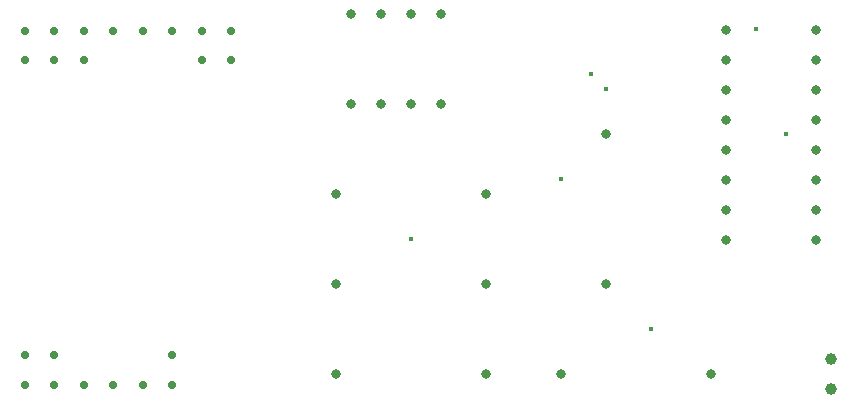
<source format=gbr>
%TF.GenerationSoftware,KiCad,Pcbnew,7.0.8*%
%TF.CreationDate,2025-02-14T01:11:11+05:30*%
%TF.ProjectId,7 segmetn display,37207365-676d-4657-946e-20646973706c,rev?*%
%TF.SameCoordinates,Original*%
%TF.FileFunction,Plated,1,2,PTH,Drill*%
%TF.FilePolarity,Positive*%
%FSLAX46Y46*%
G04 Gerber Fmt 4.6, Leading zero omitted, Abs format (unit mm)*
G04 Created by KiCad (PCBNEW 7.0.8) date 2025-02-14 01:11:11*
%MOMM*%
%LPD*%
G01*
G04 APERTURE LIST*
%TA.AperFunction,ViaDrill*%
%ADD10C,0.400000*%
%TD*%
%TA.AperFunction,ComponentDrill*%
%ADD11C,0.700000*%
%TD*%
%TA.AperFunction,ComponentDrill*%
%ADD12C,0.800000*%
%TD*%
%TA.AperFunction,ComponentDrill*%
%ADD13C,1.000000*%
%TD*%
G04 APERTURE END LIST*
D10*
X140970000Y-107950000D03*
X153670000Y-102870000D03*
X156210000Y-93980000D03*
X157480000Y-95250000D03*
X161290000Y-115570000D03*
X170180000Y-90170000D03*
X170180000Y-90170000D03*
X172720000Y-99060000D03*
D11*
%TO.C,U2*%
X108232500Y-90267500D03*
X108232500Y-92767500D03*
X108232500Y-117767500D03*
X108232500Y-120267500D03*
X110732500Y-90267500D03*
X110732500Y-92767500D03*
X110732500Y-117767500D03*
X110732500Y-120267500D03*
X113232500Y-90267500D03*
X113232500Y-92767500D03*
X113232500Y-120267500D03*
X115732500Y-90267500D03*
X115732500Y-120267500D03*
X118232500Y-90267500D03*
X118232500Y-120267500D03*
X120732500Y-90267500D03*
X120732500Y-117767500D03*
X120732500Y-120267500D03*
X123232500Y-90267500D03*
X123232500Y-92767500D03*
X125732500Y-90267500D03*
X125732500Y-92767500D03*
D12*
%TO.C,R1*%
X134620000Y-104140000D03*
%TO.C,R2*%
X134620000Y-111760000D03*
%TO.C,R3*%
X134620000Y-119380000D03*
%TO.C,SW1*%
X135890000Y-88900000D03*
X135890000Y-96520000D03*
X138430000Y-88900000D03*
X138430000Y-96520000D03*
X140970000Y-88900000D03*
X140970000Y-96520000D03*
X143510000Y-88900000D03*
X143510000Y-96520000D03*
%TO.C,R1*%
X147320000Y-104140000D03*
%TO.C,R2*%
X147320000Y-111760000D03*
%TO.C,R3*%
X147320000Y-119380000D03*
%TO.C,R4*%
X153670000Y-119380000D03*
%TO.C,R5*%
X157480000Y-99060000D03*
X157480000Y-111760000D03*
%TO.C,R4*%
X166370000Y-119380000D03*
%TO.C,U1*%
X167650000Y-90185000D03*
X167650000Y-92725000D03*
X167650000Y-95265000D03*
X167650000Y-97805000D03*
X167650000Y-100345000D03*
X167650000Y-102885000D03*
X167650000Y-105425000D03*
X167650000Y-107965000D03*
X175270000Y-90185000D03*
X175270000Y-92725000D03*
X175270000Y-95265000D03*
X175270000Y-97805000D03*
X175270000Y-100345000D03*
X175270000Y-102885000D03*
X175270000Y-105425000D03*
X175270000Y-107965000D03*
D13*
%TO.C,J1*%
X176530000Y-118110000D03*
X176530000Y-120650000D03*
M02*

</source>
